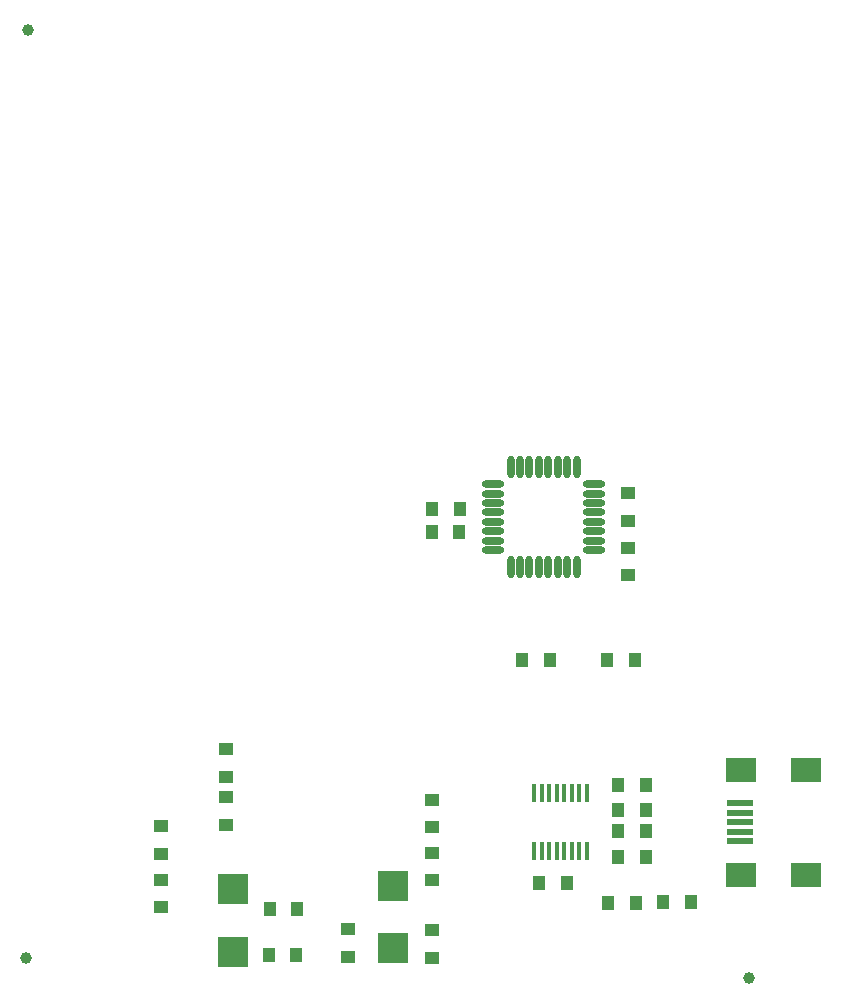
<source format=gtp>
%FSLAX25Y25*%
%MOIN*%
G70*
G01*
G75*
G04 Layer_Color=8421504*
%ADD10R,0.04134X0.05118*%
%ADD11R,0.05118X0.04134*%
%ADD12R,0.10000X0.10000*%
%ADD13R,0.09055X0.01969*%
%ADD14R,0.09843X0.07874*%
%ADD15O,0.02362X0.07677*%
%ADD16O,0.07677X0.02362*%
%ADD17R,0.01400X0.06000*%
%ADD18C,0.03937*%
%ADD19C,0.01500*%
%ADD20C,0.03000*%
%ADD21C,0.01000*%
%ADD22R,0.05906X0.05906*%
%ADD23C,0.05906*%
%ADD24R,0.05906X0.05906*%
%ADD25C,0.05906*%
%ADD26C,0.04331*%
%ADD27R,0.05906X0.05906*%
%ADD28C,0.04500*%
%ADD29C,0.15000*%
%ADD30C,0.02400*%
%ADD31C,0.00787*%
%ADD32C,0.02000*%
%ADD33C,0.02362*%
%ADD34C,0.00984*%
%ADD35C,0.00200*%
%ADD36C,0.00800*%
%ADD37C,0.01200*%
%ADD38C,0.00591*%
%ADD39R,0.03607X0.07933*%
D10*
X336701Y152792D02*
D03*
X327449D02*
D03*
X336704Y176683D02*
D03*
X327452D02*
D03*
X310377Y143905D02*
D03*
X301125D02*
D03*
X265295Y260882D02*
D03*
X274547D02*
D03*
X265421Y268810D02*
D03*
X274673D02*
D03*
X220243Y119894D02*
D03*
X210991D02*
D03*
X333067Y218428D02*
D03*
X323815D02*
D03*
X295512Y218196D02*
D03*
X304764D02*
D03*
X211352Y135451D02*
D03*
X220604D02*
D03*
X336740Y161230D02*
D03*
X327488D02*
D03*
X342383Y137548D02*
D03*
X351635D02*
D03*
X336683Y168207D02*
D03*
X327431D02*
D03*
X324095Y137500D02*
D03*
X333347D02*
D03*
D11*
X330723Y246554D02*
D03*
Y255806D02*
D03*
X330792Y273856D02*
D03*
Y264604D02*
D03*
X237604Y128739D02*
D03*
Y119487D02*
D03*
X175046Y135872D02*
D03*
Y145124D02*
D03*
X196666Y163398D02*
D03*
Y172650D02*
D03*
X265386Y171811D02*
D03*
Y162559D02*
D03*
X265421Y119013D02*
D03*
X265421Y128265D02*
D03*
X175021Y153648D02*
D03*
Y162900D02*
D03*
X196914Y179454D02*
D03*
Y188706D02*
D03*
X265401Y154141D02*
D03*
Y144889D02*
D03*
D12*
X199091Y121156D02*
D03*
Y141856D02*
D03*
X252399Y122330D02*
D03*
Y143030D02*
D03*
D13*
X368146Y170582D02*
D03*
Y167432D02*
D03*
Y164282D02*
D03*
Y161133D02*
D03*
Y157983D02*
D03*
D14*
X390193Y146763D02*
D03*
X368540D02*
D03*
X390193Y181802D02*
D03*
X368540D02*
D03*
D15*
X291645Y282683D02*
D03*
X294795Y282683D02*
D03*
X297945Y282683D02*
D03*
X301094D02*
D03*
X304244D02*
D03*
X307393D02*
D03*
X310543D02*
D03*
X313693D02*
D03*
X313693Y249219D02*
D03*
X310543D02*
D03*
X307393Y249219D02*
D03*
X304244Y249219D02*
D03*
X301094D02*
D03*
X297945D02*
D03*
X294795D02*
D03*
X291645D02*
D03*
D16*
X319402Y276975D02*
D03*
Y273825D02*
D03*
Y270676D02*
D03*
Y267526D02*
D03*
Y264376D02*
D03*
Y261227D02*
D03*
Y258077D02*
D03*
Y254928D02*
D03*
X285937D02*
D03*
Y258077D02*
D03*
Y261227D02*
D03*
Y264376D02*
D03*
Y267526D02*
D03*
Y270676D02*
D03*
Y273825D02*
D03*
Y276975D02*
D03*
D17*
X317057Y174039D02*
D03*
X314557D02*
D03*
X312057D02*
D03*
X309557D02*
D03*
X307057D02*
D03*
X304557Y174039D02*
D03*
X302057Y174039D02*
D03*
X299557D02*
D03*
Y154539D02*
D03*
X302057D02*
D03*
X304557D02*
D03*
X307057D02*
D03*
X309557D02*
D03*
X312057D02*
D03*
X314557D02*
D03*
X317057D02*
D03*
D18*
X130842Y428461D02*
D03*
X130103Y119018D02*
D03*
X371277Y112311D02*
D03*
M02*

</source>
